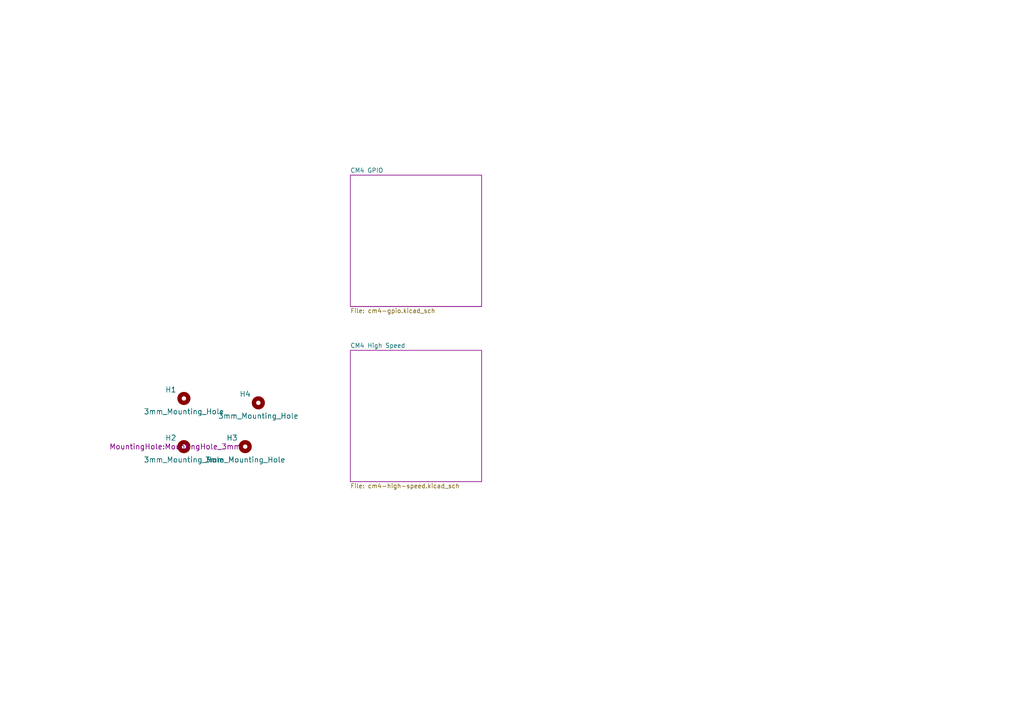
<source format=kicad_sch>
(kicad_sch (version 20211123) (generator eeschema)
  (paper "A4")
  (title_block (title "ColoradoCUBE C&DH") (date "2022-01-23") (rev "v01") (comment 4 "Author: Kate Nechaeva"))
  (lib_symbols
    (symbol "Mechanical:MountingHole" (pin_names (offset 1.016))
      (property "Reference" "H" (at 0 5.08 0))
      (property "Value" "MountingHole" (at 0 3.175 0))
      (symbol "MountingHole_0_1"
        (circle (center 0 0) (radius 1.27) (stroke (width 1.27)))
      )
    )
  )
  (symbol (lib_id "Mechanical:MountingHole") (at 53.34 115.57 0) (unit 1)
    (property "Reference" "H1" (at 49.53 113.03 0) (effects (font (size 1.524 1.524))))
    (property "Value" "3mm_Mounting_Hole" (at 53.34 119.38 0) (effects (font (size 1.524 1.524))))
    (property "Footprint" "MountingHole:MountingHole_3mm" (effects hide))
  )
  (symbol (lib_id "Mechanical:MountingHole") (at 71.12 129.54 0) (unit 1)
    (property "Reference" "H3" (at 67.31 127 0) (effects (font (size 1.524 1.524))))
    (property "Value" "3mm_Mounting_Hole" (at 71.12 133.35 0) (effects (font (size 1.524 1.524))))
    (property "Footprint" "MountingHole:MountingHole_3mm" (effects hide))
  )
  (symbol (lib_id "Mechanical:MountingHole") (at 53.34 129.54 0) (unit 1)
    (property "Reference" "H2" (at 49.53 127 0) (effects (font (size 1.524 1.524))))
    (property "Value" "3mm_Mounting_Hole" (at 53.34 133.35 0) (effects (font (size 1.524 1.524))))
    (property "Footprint" "MountingHole:MountingHole_3mm" (at 50.8 129.54 0) (effects (font (size 1.524 1.524))))
  )
  (symbol (lib_id "Mechanical:MountingHole") (at 74.93 116.84 0) (unit 1)
    (property "Reference" "H4" (at 71.12 114.3 0) (effects (font (size 1.524 1.524))))
    (property "Value" "3mm_Mounting_Hole" (at 74.93 120.65 0) (effects (font (size 1.524 1.524))))
    (property "Footprint" "MountingHole:MountingHole_3mm" (effects hide))
  )
  (sheet (at 101.6 101.6) (size 38.1 38.1) (stroke (width 0) (color 132 0 132 1)) (fill (color 255 255 255 0.0000))
    (property "Sheet name" "CM4 High Speed" (at 101.6 100.9645 0) (effects (justify left bottom)))
    (property "Sheet file" "cm4-high-speed.kicad_sch" (at 101.6 140.2085 0) (effects (justify left top)))
  )
  (sheet (at 101.6 50.8) (size 38.1 38.1) (stroke (width 0) (color 132 0 132 1)) (fill (color 255 255 255 0.0000))
    (property "Sheet name" "CM4 GPIO" (at 101.6 50.1645 0) (effects (justify left bottom)))
    (property "Sheet file" "cm4-gpio.kicad_sch" (at 101.6 89.4085 0) (effects (justify left top)))
  )
)
</source>
